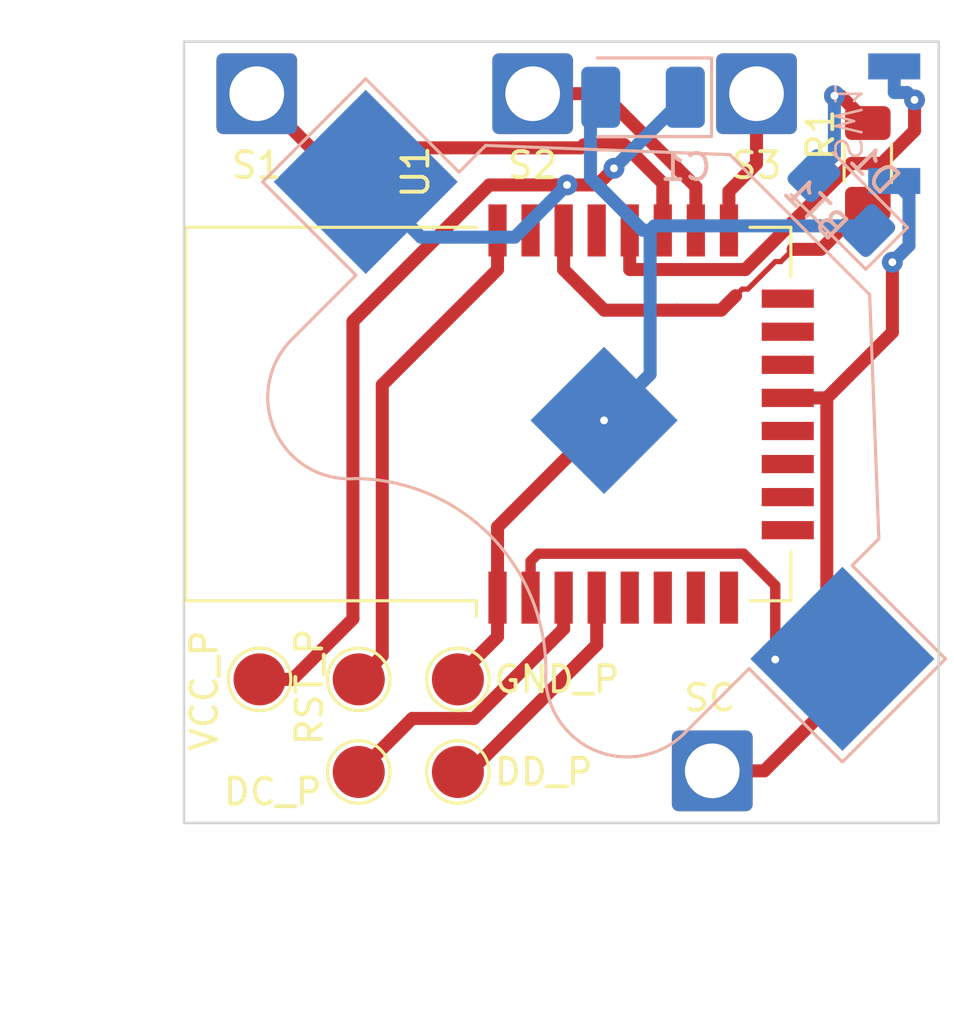
<source format=kicad_pcb>
(kicad_pcb (version 20240108) (generator "pcbnew") (generator_version "8.0")
  (layers (0 "F.Cu" signal) (31 "B.Cu" signal) (34 "B.Paste" user) (35 "F.Paste" user) (36 "B.SilkS" user "B.Silkscreen") (37 "F.SilkS" user "F.Silkscreen") (38 "B.Mask" user) (39 "F.Mask" user) (44 "Edge.Cuts" user))
  (net 0 "")
  (net 1 "VCC")
  (net 2 "GND")
  (net 3 "Net-(D1-A)")
  (net 4 "Net-(J1-Pin_1)")
  (net 5 "Net-(J2-Pin_1)")
  (net 6 "Net-(J3-Pin_1)")
  (net 7 "Net-(J4-Pin_1)")
  (net 8 "Net-(U1-P0.1)")
  (net 9 "Net-(U1-~{RESET})")
  (net 10 "Net-(U1-P2.1)")
  (net 11 "Net-(U1-P2.2)")
  (net 23 "Net-(U1-P0.3)")
  (footprint "TestPoint:TestPoint_Pad_D2.0mm" (layer "F.Cu") (at 160.528 98.044 -90)
    (property "Reference" "TP3")
    (property "Value" "DD_P" (at 0 -3.302 180) (layer "F.SilkS"))
    (fp_circle (center 0 0) (end 0 1.2) (stroke (width 0.12)) (fill none) (layer "F.SilkS"))
    (pad "1" smd circle (at 0 0 270) (size 2 2) (layers "F.Cu" "F.Mask") (net 10 "Net-(U1-P2.1)"))
  )
  (footprint "TestPoint:TestPoint_Pad_D2.0mm" (layer "F.Cu") (at 156.718 98.044 -90)
    (property "Reference" "TP4")
    (property "Value" "DC_P" (at 0.762 3.302 180) (layer "F.SilkS"))
    (fp_circle (center 0 0) (end 0 1.2) (stroke (width 0.12)) (fill none) (layer "F.SilkS"))
    (pad "1" smd circle (at 0 0 270) (size 2 2) (layers "F.Cu" "F.Mask") (net 11 "Net-(U1-P2.2)"))
  )
  (footprint "TestPoint:TestPoint_Pad_D2.0mm" (layer "F.Cu") (at 156.718 94.488 -90)
    (property "Reference" "TP2")
    (property "Value" "RST_P" (at 0.287978 1.8912 90) (layer "F.SilkS"))
    (fp_circle (center 0 0) (end 0 1.2) (stroke (width 0.12)) (fill none) (layer "F.SilkS"))
    (pad "1" smd circle (at 0 0 270) (size 2 2) (layers "F.Cu" "F.Mask") (net 9 "Net-(U1-~{RESET})"))
  )
  (footprint "Connector_Wire:SolderWire-1.5sqmm_1x01_D1.7mm_OD3mm" (layer "F.Cu") (at 170.3 98)
    (property "Reference" "J4")
    (property "Value" "SC" (at -0.1 -2.8 0) (layer "F.SilkS"))
    (pad "1" thru_hole roundrect (at 0 0) (size 3.1 3.1) (drill 2.1) (layers "*.Cu" "*.Mask") (roundrect_rratio 0.08064483871) (net 7 "Net-(J4-Pin_1)"))
  )
  (footprint "Connector_Wire:SolderWire-1.5sqmm_1x01_D1.7mm_OD3mm" (layer "F.Cu") (at 172 72)
    (property "Reference" "J3")
    (property "Value" "S3" (at 0 2.75 0) (layer "F.SilkS"))
    (pad "1" thru_hole roundrect (at 0 0) (size 3.1 3.1) (drill 2.1) (layers "*.Cu" "*.Mask") (roundrect_rratio 0.08064483871) (net 6 "Net-(J3-Pin_1)"))
  )
  (footprint "TestPoint:TestPoint_Pad_D2.0mm" (layer "F.Cu") (at 152.908 94.488 -90)
    (property "Reference" "TP5")
    (property "Value" "VCC_P" (at 0.422402 2.120996 90) (layer "F.SilkS"))
    (fp_circle (center 0 0) (end 0 1.2) (stroke (width 0.12)) (fill none) (layer "F.SilkS"))
    (pad "1" smd circle (at 0 0 270) (size 2 2) (layers "F.Cu" "F.Mask") (net 1 "VCC"))
  )
  (footprint "Connector_Wire:SolderWire-1.5sqmm_1x01_D1.7mm_OD3mm" (layer "F.Cu") (at 163.4 72)
    (property "Reference" "J2")
    (property "Value" "S2" (at 0 2.75 0) (layer "F.SilkS"))
    (pad "1" thru_hole roundrect (at 0 0) (size 3.1 3.1) (drill 2.1) (layers "*.Cu" "*.Mask") (roundrect_rratio 0.08064483871) (net 5 "Net-(J2-Pin_1)"))
  )
  (footprint "Resistor_SMD:R_1206_3216Metric_Pad1.30x1.75mm_HandSolder" (layer "F.Cu") (at 176.276 74.676 90)
    (property "Reference" "R1" (at 1.1 -1.82 90) (layer "F.SilkS"))
    (property "Value" "680")
    (fp_line (start -0.727064 -0.91) (end 0.727064 -0.91) (stroke (width 0.12)) (layer "F.SilkS"))
    (fp_line (start -0.727064 0.91) (end 0.727064 0.91) (stroke (width 0.12)) (layer "F.SilkS"))
    (pad "1" smd roundrect (at -1.55 0 90) (size 1.3 1.75) (layers "F.Cu" "F.Paste" "F.Mask") (roundrect_rratio 0.1923076923) (net 8 "Net-(U1-P0.1)"))
    (pad "2" smd roundrect (at 1.55 0 90) (size 1.3 1.75) (layers "F.Cu" "F.Paste" "F.Mask") (roundrect_rratio 0.1923076923) (net 3 "Net-(D1-A)"))
  )
  (footprint "RF_Module:E18-MS1-PCB" (layer "F.Cu") (at 161.7 84.3 90)
    (property "Reference" "U1" (at 9.3 -2.8 90) (layer "F.SilkS"))
    (property "Value" "E18-MS1-PCB")
    (fp_line (start 7.17 -11.62) (end -7.17 -11.62) (stroke (width 0.12)) (layer "F.SilkS"))
    (fp_line (start -7.17 -11.62) (end -7.17 -0.46) (stroke (width 0.12)) (layer "F.SilkS"))
    (fp_line (start 7.17 -0.46) (end 7.17 -11.62) (stroke (width 0.12)) (layer "F.SilkS"))
    (fp_line (start -7.17 -0.46) (end -7.77 -0.46) (stroke (width 0.12)) (layer "F.SilkS"))
    (fp_line (start 7.17 11.62) (end 7.17 10.05) (stroke (width 0.12)) (layer "F.SilkS"))
    (fp_line (start 5.28 11.62) (end 7.17 11.62) (stroke (width 0.12)) (layer "F.SilkS"))
    (fp_line (start -7.17 11.62) (end -7.17 10.05) (stroke (width 0.12)) (layer "F.SilkS"))
    (fp_line (start -7.17 11.62) (end -5.28 11.62) (stroke (width 0.12)) (layer "F.SilkS"))
    (pad "1" smd rect (at -7.05 0.35) (size 0.7 2) (layers "F.Cu" "F.Paste" "F.Mask") (net 2 "GND"))
    (pad "2" smd rect (at -7.05 1.62) (size 0.7 2) (layers "F.Cu" "F.Paste" "F.Mask") (net 1 "VCC"))
    (pad "3" smd rect (at -7.05 2.89) (size 0.7 2) (layers "F.Cu" "F.Paste" "F.Mask") (net 11 "Net-(U1-P2.2)"))
    (pad "4" smd rect (at -7.05 4.16) (size 0.7 2) (layers "F.Cu" "F.Paste" "F.Mask") (net 10 "Net-(U1-P2.1)"))
    (pad "5" smd rect (at -7.05 5.43) (size 0.7 2) (layers "F.Cu" "F.Paste" "F.Mask"))
    (pad "6" smd rect (at -7.05 6.7) (size 0.7 2) (layers "F.Cu" "F.Paste" "F.Mask"))
    (pad "7" smd rect (at -7.05 7.97) (size 0.7 2) (layers "F.Cu" "F.Paste" "F.Mask"))
    (pad "8" smd rect (at -7.05 9.24) (size 0.7 2) (layers "F.Cu" "F.Paste" "F.Mask"))
    (pad "9" smd rect (at -4.46 11.5 270) (size 0.7 2) (layers "F.Cu" "F.Paste" "F.Mask"))
    (pad "10" smd rect (at -3.19 11.5 270) (size 0.7 2) (layers "F.Cu" "F.Paste" "F.Mask"))
    (pad "11" smd rect (at -1.92 11.5 270) (size 0.7 2) (layers "F.Cu" "F.Paste" "F.Mask"))
    (pad "12" smd rect (at -0.65 11.5 270) (size 0.7 2) (layers "F.Cu" "F.Paste" "F.Mask"))
    (pad "13" smd rect (at 0.62 11.5 270) (size 0.7 2) (layers "F.Cu" "F.Paste" "F.Mask") (net 7 "Net-(J4-Pin_1)"))
    (pad "14" smd rect (at 1.89 11.5 270) (size 0.7 2) (layers "F.Cu" "F.Paste" "F.Mask"))
    (pad "15" smd rect (at 3.16 11.5 270) (size 0.7 2) (layers "F.Cu" "F.Paste" "F.Mask"))
    (pad "16" smd rect (at 4.43 11.5 270) (size 0.7 2) (layers "F.Cu" "F.Paste" "F.Mask"))
    (pad "17" smd rect (at 7.05 9.24 180) (size 0.7 2) (layers "F.Cu" "F.Paste" "F.Mask") (net 6 "Net-(J3-Pin_1)"))
    (pad "18" smd rect (at 7.05 7.97 180) (size 0.7 2) (layers "F.Cu" "F.Paste" "F.Mask") (net 5 "Net-(J2-Pin_1)"))
    (pad "19" smd rect (at 7.05 6.7 180) (size 0.7 2) (layers "F.Cu" "F.Paste" "F.Mask") (net 4 "Net-(J1-Pin_1)"))
    (pad "20" smd rect (at 7.05 5.43 180) (size 0.7 2) (layers "F.Cu" "F.Paste" "F.Mask") (net 23 "Net-(U1-P0.3)"))
    (pad "21" smd rect (at 7.05 4.16 180) (size 0.7 2) (layers "F.Cu" "F.Paste" "F.Mask"))
    (pad "22" smd rect (at 7.05 2.89 180) (size 0.7 2) (layers "F.Cu" "F.Paste" "F.Mask") (net 8 "Net-(U1-P0.1)"))
    (pad "23" smd rect (at 7.05 1.62 180) (size 0.7 2) (layers "F.Cu" "F.Paste" "F.Mask"))
    (pad "24" smd rect (at 7.05 0.35 180) (size 0.7 2) (layers "F.Cu" "F.Paste" "F.Mask") (net 9 "Net-(U1-~{RESET})"))
  )
  (footprint "TestPoint:TestPoint_Pad_D2.0mm" (layer "F.Cu") (at 160.528 94.488 -90)
    (property "Reference" "TP1")
    (property "Value" "GND_P" (at 0 -3.81 180) (layer "F.SilkS"))
    (fp_circle (center 0 0) (end 0 1.2) (stroke (width 0.12)) (fill none) (layer "F.SilkS"))
    (pad "1" smd circle (at 0 0 270) (size 2 2) (layers "F.Cu" "F.Mask") (net 2 "GND"))
  )
  (footprint "Connector_Wire:SolderWire-1.5sqmm_1x01_D1.7mm_OD3mm" (layer "F.Cu") (at 152.8 72)
    (property "Reference" "J1")
    (property "Value" "S1" (at 0 2.75 0) (layer "F.SilkS"))
    (pad "1" thru_hole roundrect (at 0 0) (size 3.1 3.1) (drill 2.1) (layers "*.Cu" "*.Mask") (roundrect_rratio 0.08064483871) (net 4 "Net-(J1-Pin_1)"))
  )
  (footprint "MyLib:TS-017a" (layer "B.Cu") (at 177.292 73.152 90)
    (property "Reference" "SW1" (at 0.1 -1.8 -90) (layer "B.SilkS") (effects (font (thickness 0.1)) (justify mirror)))
    (property "Value" "BND")
    (pad "1" smd rect (at -2.2 0) (size 2 1) (layers "B.Cu" "B.Paste" "B.Mask") (net 7 "Net-(J4-Pin_1)"))
    (pad "2" smd rect (at 2.2 0) (size 2 1) (layers "B.Cu" "B.Paste" "B.Mask") (net 23 "Net-(U1-P0.3)"))
  )
  (footprint "Battery:BatteryHolder_Multicomp_BC-2001_1x2032" (layer "B.Cu") (at 166.143 84.543 -45)
    (property "Reference" "BT1" (at 0 -11.5 135) (layer "B.SilkS") (effects (justify mirror)))
    (property "Value" "CR2032")
    (fp_line (start -15.75 2.8) (end -10.679999 2.8) (stroke (width 0.12)) (layer "B.SilkS"))
    (fp_line (start -10.679999 2.8) (end -10.68 6.28) (stroke (width 0.12)) (layer "B.SilkS"))
    (fp_line (start -15.75 -2.8) (end -15.75 2.8) (stroke (width 0.12)) (layer "B.SilkS"))
    (fp_line (start -15.75 -2.8) (end -10.679999 -2.8) (stroke (width 0.12)) (layer "B.SilkS"))
    (fp_line (start -10.679999 -2.8) (end -10.68 -4.25) (stroke (width 0.12)) (layer "B.SilkS"))
    (fp_line (start -10.68 -4.25) (end -3.8 -10.63) (stroke (width 0.12)) (layer "B.SilkS"))
    (fp_line (start 10.679999 2.8) (end 10.679999 6.35) (stroke (width 0.12)) (layer "B.SilkS"))
    (fp_line (start 15.75 2.8) (end 10.679999 2.8) (stroke (width 0.12)) (layer "B.SilkS"))
    (fp_line (start 10.679999 -2.8) (end 10.68 -4.25) (stroke (width 0.12)) (layer "B.SilkS"))
    (fp_line (start 10.679999 -2.8) (end 15.75 -2.8) (stroke (width 0.12)) (layer "B.SilkS"))
    (fp_line (start 3.8 -10.63) (end -3.8 -10.63) (stroke (width 0.12)) (layer "B.SilkS"))
    (fp_line (start 10.68 -4.25) (end 3.8 -10.63) (stroke (width 0.12)) (layer "B.SilkS"))
    (fp_line (start 15.75 -2.8) (end 15.75 2.8) (stroke (width 0.12)) (layer "B.SilkS"))
    (fp_arc (start -5.180001 8.339999) (mid -8.637972 9.23169) (end -10.677058 6.3) (stroke (width 0.12)) (layer "B.SilkS"))
    (fp_arc (start -5.169999 8.330001) (mid 0.096809 6.218103) (end 5.306422 8.467392) (stroke (width 0.12)) (layer "B.SilkS"))
    (fp_arc (start 10.68 6.3) (mid 8.734461 9.197233) (end 5.316452 8.492753) (stroke (width 0.12)) (layer "B.SilkS"))
    (pad "1" smd rect (at -12.95 0 315) (size 5 5) (layers "B.Cu" "B.Paste" "B.Mask") (net 1 "VCC"))
    (pad "1" smd rect (at 12.95 0 315) (size 5 5) (layers "B.Cu" "B.Paste" "B.Mask") (net 1 "VCC"))
    (pad "2" smd rect (at 0 0 315) (size 4 4) (layers "B.Cu" "B.Paste" "B.Mask") (net 2 "GND"))
  )
  (footprint "Capacitor_Tantalum_SMD:CP_EIA-3528-21_Kemet-B_Pad1.50x2.35mm_HandSolder" (layer "B.Cu") (at 167.64 72.136 180)
    (property "Reference" "C1" (at -1.648 -2.684 0) (layer "B.SilkS") (effects (justify mirror)))
    (property "Value" "110uF 6.3v")
    (fp_line (start 1.75 1.51) (end -2.635 1.51) (stroke (width 0.12)) (layer "B.SilkS"))
    (fp_line (start -2.635 1.51) (end -2.635 -1.51) (stroke (width 0.12)) (layer "B.SilkS"))
    (fp_line (start -2.635 -1.51) (end 1.75 -1.51) (stroke (width 0.12)) (layer "B.SilkS"))
    (pad "1" smd roundrect (at -1.625 0 180) (size 1.5 2.35) (layers "B.Cu" "B.Paste" "B.Mask") (roundrect_rratio 0.1666673333) (net 1 "VCC"))
    (pad "2" smd roundrect (at 1.625 0 180) (size 1.5 2.35) (layers "B.Cu" "B.Paste" "B.Mask") (roundrect_rratio 0.1666673333) (net 2 "GND"))
  )
  (footprint "LED_SMD:LED_1206_3216Metric_Pad1.42x1.75mm_HandSolder" (layer "B.Cu") (at 175.26 76.2 135)
    (property "Reference" "D1" (at 0 1.82 135) (layer "B.SilkS") (effects (justify mirror)))
    (property "Value" "LED")
    (fp_line (start 1.6 1.135) (end -2.46 1.135) (stroke (width 0.12)) (layer "B.SilkS"))
    (fp_line (start -2.46 -1.135) (end 1.6 -1.135) (stroke (width 0.12)) (layer "B.SilkS"))
    (fp_line (start -2.46 1.135) (end -2.46 -1.135) (stroke (width 0.12)) (layer "B.SilkS"))
    (pad "1" smd roundrect (at -1.4875 0 135) (size 1.425 1.75) (layers "B.Cu" "B.Paste" "B.Mask") (roundrect_rratio 0.1754392982) (net 2 "GND"))
    (pad "2" smd roundrect (at 1.4875 0 135) (size 1.425 1.75) (layers "B.Cu" "B.Paste" "B.Mask") (roundrect_rratio 0.1754392982) (net 3 "Net-(D1-A)"))
  )
  (gr_rect (start 150 70) (end 179 100) (stroke (width 0.1)) (fill none) (layer "Edge.Cuts"))
  (segment (start 154.172 94.488) (end 156.4949 92.1651) (width 0.5) (layer "F.Cu") (net 1))
  (segment (start 166.5232 74.8635) (end 165.884 75.5027) (width 0.5) (layer "F.Cu") (net 1))
  (segment (start 161.7354 75.5027) (end 164.7193 75.5027) (width 0.5) (layer "F.Cu") (net 1))
  (segment (start 171.502 89.662) (end 163.608 89.662) (width 0.4) (layer "F.Cu") (net 1))
  (segment (start 163.608 89.662) (end 163.32 89.95) (width 0.4) (layer "F.Cu") (net 1))
  (segment (start 152.908 94.488) (end 154.172 94.488) (width 0.5) (layer "F.Cu") (net 1))
  (segment (start 172.72 90.88) (end 171.502 89.662) (width 0.4) (layer "F.Cu") (net 1))
  (segment (start 172.72 93.726) (end 172.72 90.88) (width 0.4) (layer "F.Cu") (net 1))
  (segment (start 165.884 75.5027) (end 164.7193 75.5027) (width 0.5) (layer "F.Cu") (net 1))
  (segment (start 156.4949 92.1651) (end 156.4949 80.7432) (width 0.5) (layer "F.Cu") (net 1))
  (segment (start 163.32 91.35) (end 163.32 90.57) (width 0.2) (layer "F.Cu") (net 1))
  (segment (start 163.32 89.95) (end 163.32 91.35) (width 0.4) (layer "F.Cu") (net 1))
  (segment (start 156.4949 80.7432) (end 161.7354 75.5027) (width 0.5) (layer "F.Cu") (net 1))
  (via (at 172.72 93.726) (size 0.8) (drill 0.3) (layers "F.Cu" "B.Cu") (net 1))
  (via (at 164.7193 75.5027) (size 0.8) (drill 0.3) (layers "F.Cu" "B.Cu") (net 1))
  (via (at 166.5232 74.8635) (size 0.8) (drill 0.3) (layers "F.Cu" "B.Cu") (net 1))
  (segment (start 164.7193 75.5027) (end 162.7134 77.5086) (width 0.5) (layer "B.Cu") (net 1))
  (segment (start 169.265 72.136) (end 169.2507 72.136) (width 0.5) (layer "B.Cu") (net 1))
  (segment (start 162.7134 77.5086) (end 161.8025 77.5086) (width 0.5) (layer "B.Cu") (net 1))
  (segment (start 161.8025 77.5086) (end 159.1087 77.5086) (width 0.5) (layer "B.Cu") (net 1))
  (segment (start 169.2507 72.136) (end 166.5232 74.8635) (width 0.5) (layer "B.Cu") (net 1))
  (segment (start 156.986 75.386) (end 159.1087 77.5086) (width 0.5) (layer "B.Cu") (net 1))
  (segment (start 162.05 88.636) (end 162.05 91.35) (width 0.5) (layer "F.Cu") (net 2))
  (segment (start 162.05 92.8519) (end 160.528 94.3739) (width 0.5) (layer "F.Cu") (net 2))
  (segment (start 160.528 94.3739) (end 160.528 94.488) (width 0.5) (layer "F.Cu") (net 2))
  (segment (start 162.05 91.35) (end 162.05 92.8519) (width 0.5) (layer "F.Cu") (net 2))
  (segment (start 166.143 84.543) (end 162.05 88.636) (width 0.5) (layer "F.Cu") (net 2))
  (via (at 166.143 84.543) (size 0.8) (drill 0.3) (layers "F.Cu" "B.Cu") (net 2))
  (segment (start 166.015 72.136) (end 165.6213 72.5297) (width 0.5) (layer "B.Cu") (net 2))
  (segment (start 168.0793 77.074) (end 176.134 77.074) (width 0.5) (layer "B.Cu") (net 2))
  (segment (start 166.143 84.543) (end 167.0276 83.6584) (width 0.5) (layer "B.Cu") (net 2))
  (segment (start 167.0276 83.6584) (end 167.9121 82.7739) (width 0.5) (layer "B.Cu") (net 2))
  (segment (start 165.6213 75.237) (end 167.6255 77.2412) (width 0.5) (layer "B.Cu") (net 2))
  (segment (start 176.134 77.074) (end 176.3118 77.2518) (width 0.5) (layer "B.Cu") (net 2))
  (segment (start 167.9121 77.2412) (end 168.0793 77.074) (width 0.5) (layer "B.Cu") (net 2))
  (segment (start 167.6255 77.2412) (end 167.9121 77.2412) (width 0.5) (layer "B.Cu") (net 2))
  (segment (start 167.9121 82.7739) (end 167.9121 77.2412) (width 0.5) (layer "B.Cu") (net 2))
  (segment (start 165.6213 72.5297) (end 165.6213 75.237) (width 0.5) (layer "B.Cu") (net 2))
  (segment (start 175.2289 72.0789) (end 174.9925 72.0789) (width 0.5) (layer "F.Cu") (net 3))
  (segment (start 176.276 73.126) (end 175.2289 72.0789) (width 0.5) (layer "F.Cu") (net 3))
  (via (at 174.9925 72.0789) (size 0.8) (drill 0.3) (layers "F.Cu" "B.Cu") (net 3))
  (segment (start 174.9925 74.3639) (end 174.9925 72.0789) (width 0.5) (layer "B.Cu") (net 3))
  (segment (start 174.2082 75.1482) (end 174.9925 74.3639) (width 0.5) (layer "B.Cu") (net 3))
  (segment (start 152.8 72) (end 154.8794 74.0794) (width 0.5) (layer "F.Cu") (net 4))
  (segment (start 165.3683 73.9614) (end 166.9264 73.9614) (width 0.5) (layer "F.Cu") (net 4))
  (segment (start 165.2503 74.0794) (end 165.3683 73.9614) (width 0.5) (layer "F.Cu") (net 4))
  (segment (start 154.8794 74.0794) (end 165.2503 74.0794) (width 0.5) (layer "F.Cu") (net 4))
  (segment (start 168.4 75.435) (end 168.4 77.25) (width 0.5) (layer "F.Cu") (net 4))
  (segment (start 166.9264 73.9614) (end 168.4 75.435) (width 0.5) (layer "F.Cu") (net 4))
  (segment (start 166.0946 72) (end 163.4 72) (width 0.5) (layer "F.Cu") (net 5))
  (segment (start 169.67 75.5754) (end 166.0946 72) (width 0.5) (layer "F.Cu") (net 5))
  (segment (start 169.67 77.25) (end 169.67 75.5754) (width 0.5) (layer "F.Cu") (net 5))
  (segment (start 172 74.6881) (end 172 72) (width 0.5) (layer "F.Cu") (net 6))
  (segment (start 170.94 75.7481) (end 172 74.6881) (width 0.5) (layer "F.Cu") (net 6))
  (segment (start 170.94 77.25) (end 170.94 75.7481) (width 0.5) (layer "F.Cu") (net 6))
  (segment (start 174.7019 95.5981) (end 172.3 98) (width 0.5) (layer "F.Cu") (net 7))
  (segment (start 177.22 78.4701) (end 177.22 81.1619) (width 0.5) (layer "F.Cu") (net 7))
  (segment (start 174.7019 83.68) (end 174.7019 95.5981) (width 0.5) (layer "F.Cu") (net 7))
  (segment (start 177.22 81.1619) (end 174.7019 83.68) (width 0.5) (layer "F.Cu") (net 7))
  (segment (start 173.2 83.68) (end 174.7019 83.68) (width 0.5) (layer "F.Cu") (net 7))
  (segment (start 172.3 98) (end 170.3 98) (width 0.5) (layer "F.Cu") (net 7))
  (via (at 177.22 78.4701) (size 0.8) (drill 0.3) (layers "F.Cu" "B.Cu") (net 7))
  (segment (start 177.8591 75.9191) (end 177.8591 77.831) (width 0.5) (layer "B.Cu") (net 7))
  (segment (start 177.8591 77.831) (end 177.22 78.4701) (width 0.5) (layer "B.Cu") (net 7))
  (segment (start 177.292 75.352) (end 177.8591 75.9191) (width 0.5) (layer "B.Cu") (net 7))
  (segment (start 164.59 78.7519) (end 166.1495 80.3114) (width 0.5) (layer "F.Cu") (net 8))
  (segment (start 171.4501 79.5019) (end 171.667528 79.5019) (width 0.2) (layer "F.Cu") (net 8))
  (segment (start 174.4732 77.9759) (end 173.4841 77.9759) (width 0.5) (layer "F.Cu") (net 8))
  (segment (start 164.59 77.25) (end 164.59 78.7519) (width 0.5) (layer "F.Cu") (net 8))
  (segment (start 170.6406 80.3114) (end 171.196 79.756) (width 0.5) (layer "F.Cu") (net 8))
  (segment (start 166.1495 80.3114) (end 168.9541 80.3114) (width 0.5) (layer "F.Cu") (net 8))
  (segment (start 172.722648 78.44678) (end 172.93478 78.44678) (width 0.2) (layer "F.Cu") (net 8))
  (segment (start 171.196 79.756) (end 171.4501 79.5019) (width 0.2) (layer "F.Cu") (net 8))
  (segment (start 173.482 77.978) (end 173.40356 77.978) (width 0.5) (layer "F.Cu") (net 8))
  (segment (start 176.2231 76.226) (end 174.4732 77.9759) (width 0.5) (layer "F.Cu") (net 8))
  (segment (start 171.667528 79.5019) (end 172.722648 78.44678) (width 0.2) (layer "F.Cu") (net 8))
  (segment (start 168.9541 80.3114) (end 170.6406 80.3114) (width 0.5) (layer "F.Cu") (net 8))
  (segment (start 173.482 77.978) (end 173.4841 77.9759) (width 0.5) (layer "F.Cu") (net 8))
  (segment (start 176.276 76.226) (end 176.2231 76.226) (width 0.5) (layer "F.Cu") (net 8))
  (segment (start 173.40356 77.978) (end 172.93478 78.44678) (width 0.2) (layer "F.Cu") (net 8))
  (segment (start 157.6219 83.18) (end 162.05 78.7519) (width 0.5) (layer "F.Cu") (net 9))
  (segment (start 157.6219 93.5841) (end 157.6219 83.18) (width 0.5) (layer "F.Cu") (net 9))
  (segment (start 156.718 94.488) (end 157.6219 93.5841) (width 0.5) (layer "F.Cu") (net 9))
  (segment (start 162.05 78.7519) (end 162.05 77.25) (width 0.5) (layer "F.Cu") (net 9))
  (segment (start 160.976 98.044) (end 160.528 98.044) (width 0.5) (layer "F.Cu") (net 10))
  (segment (start 165.86 93.16) (end 160.976 98.044) (width 0.5) (layer "F.Cu") (net 10))
  (segment (start 165.86 91.35) (end 165.86 93.16) (width 0.5) (layer "F.Cu") (net 10))
  (segment (start 158.774 95.988) (end 156.718 98.044) (width 0.5) (layer "F.Cu") (net 11))
  (segment (start 164.59 91.35) (end 164.59 92.547321) (width 0.5) (layer "F.Cu") (net 11))
  (segment (start 161.149321 95.988) (end 158.774 95.988) (width 0.5) (layer "F.Cu") (net 11))
  (segment (start 164.59 92.547321) (end 161.149321 95.988) (width 0.5) (layer "F.Cu") (net 11))
  (segment (start 175.6449 74.676) (end 176.8159 74.676) (width 0.5) (layer "F.Cu") (net 23))
  (segment (start 167.13 77.25) (end 167.13 78.7519) (width 0.5) (layer "F.Cu") (net 23))
  (segment (start 176.8159 74.676) (end 178.071 73.4209) (width 0.5) (layer "F.Cu") (net 23))
  (segment (start 167.13 78.7519) (end 171.569 78.7519) (width 0.5) (layer "F.Cu") (net 23))
  (segment (start 171.569 78.7519) (end 175.6449 74.676) (width 0.5) (layer "F.Cu") (net 23))
  (segment (start 178.071 73.4209) (end 178.071 72.2372) (width 0.5) (layer "F.Cu") (net 23))
  (via (at 178.071 72.2372) (size 0.8) (drill 0.3) (layers "F.Cu" "B.Cu") (net 23))
  (segment (start 178.071 72.2372) (end 177.7877 71.9539) (width 0.5) (layer "B.Cu") (net 23))
  (segment (start 177.7877 71.9539) (end 177.292 71.9539) (width 0.5) (layer "B.Cu") (net 23))
  (segment (start 177.292 70.952) (end 177.292 71.9539) (width 0.5) (layer "B.Cu") (net 23))
)
</source>
